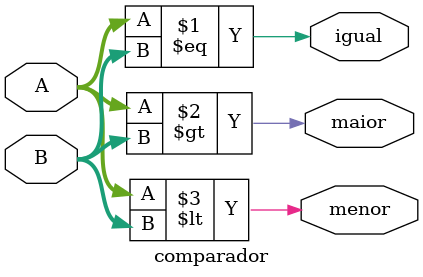
<source format=v>
module comparador
	(output maior, menor, igual,
	input [7:0] A, B);
	
	assign igual = (A == B);
	assign maior = (A > B);
	assign menor = (A < B);
endmodule
</source>
